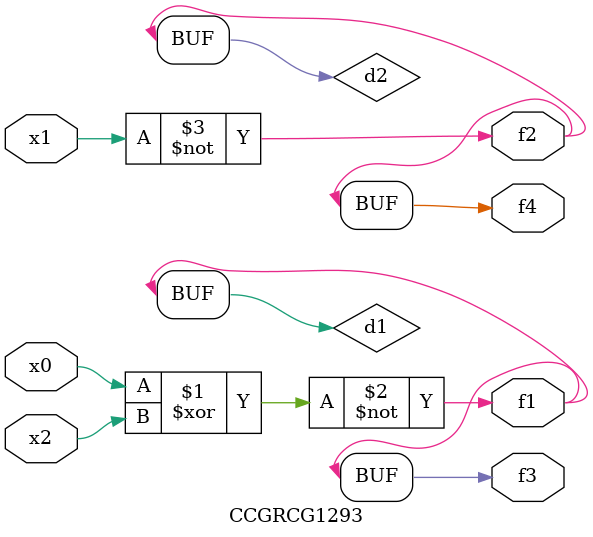
<source format=v>
module CCGRCG1293(
	input x0, x1, x2,
	output f1, f2, f3, f4
);

	wire d1, d2, d3;

	xnor (d1, x0, x2);
	nand (d2, x1);
	nor (d3, x1, x2);
	assign f1 = d1;
	assign f2 = d2;
	assign f3 = d1;
	assign f4 = d2;
endmodule

</source>
